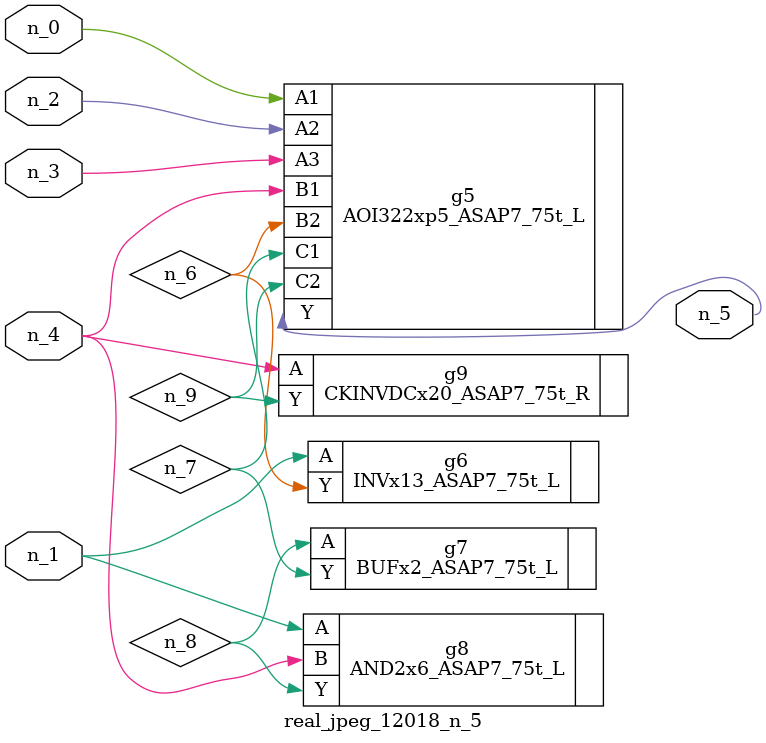
<source format=v>
module real_jpeg_12018_n_5 (n_4, n_0, n_1, n_2, n_3, n_5);

input n_4;
input n_0;
input n_1;
input n_2;
input n_3;

output n_5;

wire n_8;
wire n_6;
wire n_7;
wire n_9;

AOI322xp5_ASAP7_75t_L g5 ( 
.A1(n_0),
.A2(n_2),
.A3(n_3),
.B1(n_4),
.B2(n_6),
.C1(n_7),
.C2(n_9),
.Y(n_5)
);

INVx13_ASAP7_75t_L g6 ( 
.A(n_1),
.Y(n_6)
);

AND2x6_ASAP7_75t_L g8 ( 
.A(n_1),
.B(n_4),
.Y(n_8)
);

CKINVDCx20_ASAP7_75t_R g9 ( 
.A(n_4),
.Y(n_9)
);

BUFx2_ASAP7_75t_L g7 ( 
.A(n_8),
.Y(n_7)
);


endmodule
</source>
